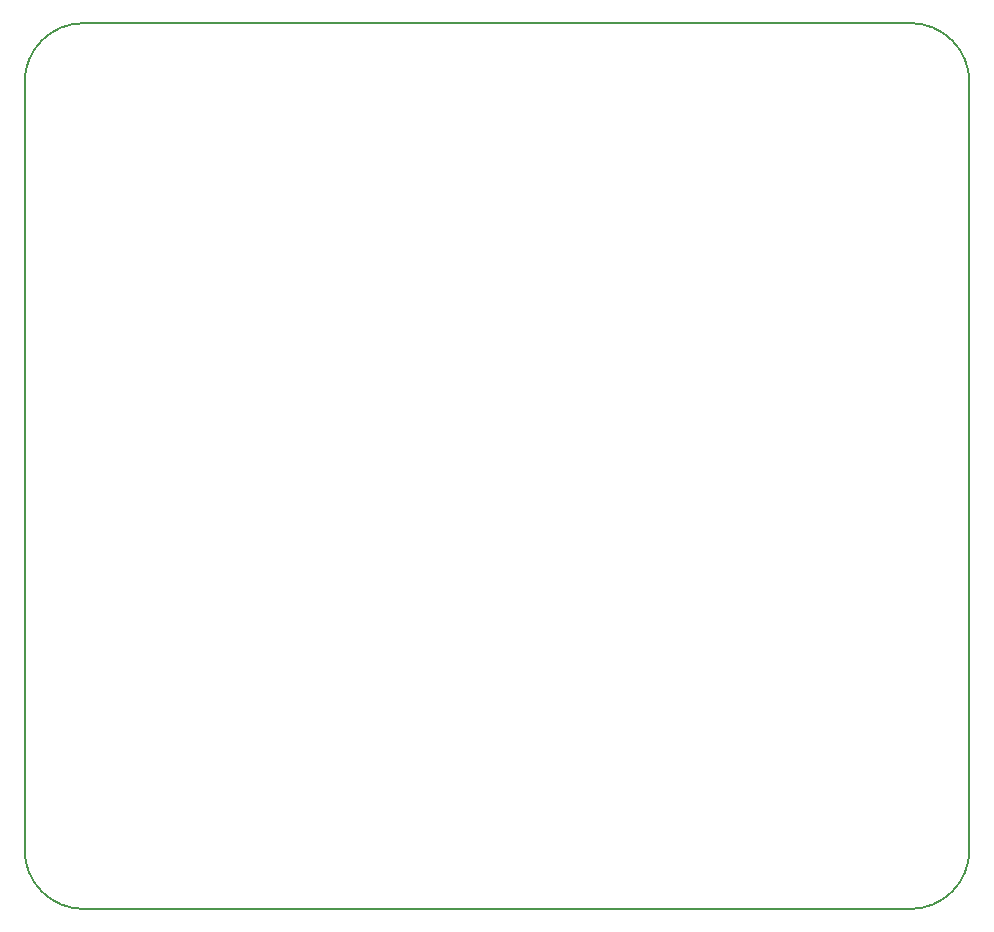
<source format=gbr>
%TF.GenerationSoftware,KiCad,Pcbnew,5.1.6-c6e7f7d~86~ubuntu20.04.1*%
%TF.CreationDate,2020-05-16T11:05:40+02:00*%
%TF.ProjectId,esp32_radio,65737033-325f-4726-9164-696f2e6b6963,V0.1*%
%TF.SameCoordinates,Original*%
%TF.FileFunction,Profile,NP*%
%FSLAX46Y46*%
G04 Gerber Fmt 4.6, Leading zero omitted, Abs format (unit mm)*
G04 Created by KiCad (PCBNEW 5.1.6-c6e7f7d~86~ubuntu20.04.1) date 2020-05-16 11:05:40*
%MOMM*%
%LPD*%
G01*
G04 APERTURE LIST*
%TA.AperFunction,Profile*%
%ADD10C,0.150000*%
%TD*%
G04 APERTURE END LIST*
D10*
X107188000Y-109088000D02*
G75*
G03*
X112188000Y-114088000I5000000J0D01*
G01*
X182188000Y-114088000D02*
G75*
G03*
X187188000Y-109088000I0J5000000D01*
G01*
X187188000Y-44088000D02*
G75*
G03*
X182188000Y-39088000I-5000000J0D01*
G01*
X112188000Y-39088000D02*
G75*
G03*
X107188000Y-44088000I0J-5000000D01*
G01*
X182188000Y-39088000D02*
X112188000Y-39088000D01*
X187188000Y-109088000D02*
X187188000Y-44088000D01*
X112188000Y-114088000D02*
X182188000Y-114088000D01*
X107188000Y-44088000D02*
X107188000Y-109088000D01*
M02*

</source>
